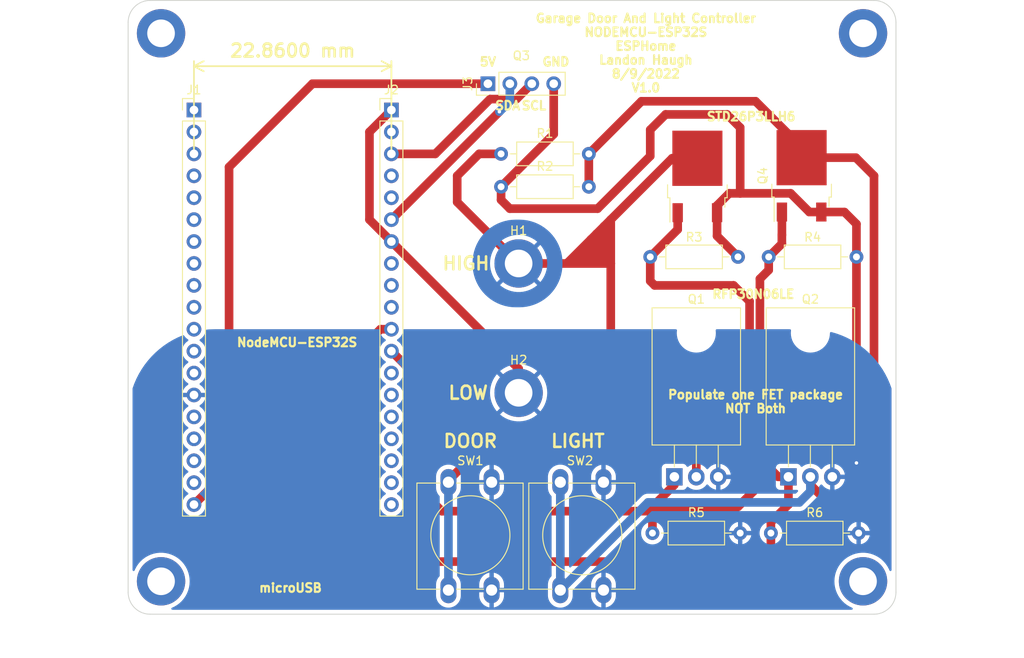
<source format=kicad_pcb>
(kicad_pcb (version 20211014) (generator pcbnew)
  (layers (0 "F.Cu" signal) (31 "B.Cu" signal) (34 "B.Paste" user) (35 "F.Paste" user) (36 "B.SilkS" user "B.Silkscreen") (37 "F.SilkS" user "F.Silkscreen") (38 "B.Mask" user) (39 "F.Mask" user) (44 "Edge.Cuts" user))
  (net 0 "")
  (net 1 "/HIGH")
  (net 2 "/VIN_3V3")
  (net 3 "/RST_EN")
  (net 4 "/ADC0_IO36")
  (net 5 "/ADC3_IO39")
  (net 6 "/ADC6_IO34")
  (net 7 "/ADC7_IO35")
  (net 8 "/T9_ADC4_IO32")
  (net 9 "/T8_ADC5_IO33")
  (net 10 "/ADC18_IO25")
  (net 11 "/ADC19_IO26")
  (net 12 "/T7_ADC17_IO27")
  (net 13 "/T6_ADC16_IO14")
  (net 14 "/T5_ADC15_IO12")
  (net 15 "GND")
  (net 16 "/T4_ADC14_IO13")
  (net 17 "/FLASHD2_IO9")
  (net 18 "/FLASHD3_IO10")
  (net 19 "/FLASHCMD_IO11")
  (net 20 "/VIN_5V")
  (net 21 "/MOSI_IO23")
  (net 22 "/IO22")
  (net 23 "/TX0_IO1")
  (net 24 "/RX0_IO3")
  (net 25 "/IO21")
  (net 26 "/MISO_IO19")
  (net 27 "/SCK_IO18")
  (net 28 "/SS_IO5")
  (net 29 "/IO17")
  (net 30 "/IO16")
  (net 31 "/T0_ADC10_IO4")
  (net 32 "/T1_ADC11_IO0")
  (net 33 "/T2_ADC12_IO2")
  (net 34 "/T3_ADC13_IO15")
  (net 35 "/FLASHD1_IO8")
  (net 36 "/FLASHD0_IO7")
  (net 37 "/FLASHSCK_IO6")
  (net 38 "/HIGH_DIV")
  (footprint "MountingHole:MountingHole_3.2mm_M3_DIN965_Pad_TopBottom" (layer "F.Cu") (at 172.212 83.566)
    (fp_text reference "H2" (at 0 -3.8) (layer "F.SilkS"))
    (fp_text value "MountingHole_Pad")
    (pad "1" thru_hole circle (at 0 0) (size 3.6 3.6) (drill 3.2) (layers *.Cu *.Mask) (net 15 "GND"))
    (pad "1" connect circle (at 0 0) (size 5.6 5.6) (layers "F.Cu" "F.Mask") (net 15 "GND"))
    (pad "1" connect circle (at 0 0) (size 5.6 5.6) (layers "B.Cu" "B.Mask") (net 15 "GND"))
  )
  (footprint "Button_Switch_THT:SW_PUSH-12mm" (layer "F.Cu") (at 164.084 106.426 90)
    (fp_text reference "SW1" (at 14.986 2.54 180) (layer "F.SilkS"))
    (fp_text value "SW_Push")
    (fp_line (start 12.4 5.93) (end 12.4 8.65) (layer "F.SilkS") (width 0.12))
    (fp_line (start 12.4 -3.65) (end 12.4 -0.93) (layer "F.SilkS") (width 0.12))
    (fp_line (start 0.1 -0.93) (end 0.1 -3.65) (layer "F.SilkS") (width 0.12))
    (fp_line (start 0.1 8.65) (end 0.1 5.93) (layer "F.SilkS") (width 0.12))
    (fp_line (start 12.4 0.93) (end 12.4 4.07) (layer "F.SilkS") (width 0.12))
    (fp_line (start 12.4 8.65) (end 0.1 8.65) (layer "F.SilkS") (width 0.12))
    (fp_line (start 0.1 -3.65) (end 12.4 -3.65) (layer "F.SilkS") (width 0.12))
    (fp_line (start 0.1 4.07) (end 0.1 0.93) (layer "F.SilkS") (width 0.12))
    (fp_circle (center 6.35 2.54) (end 10.16 5.08) (layer "F.SilkS") (width 0.12) (fill none))
    (pad "1" thru_hole oval (at 12.5 0 90) (size 3.048 1.85) (drill 1.3) (layers *.Cu *.Mask) (net 1 "/HIGH"))
    (pad "1" thru_hole oval (at 0 0 90) (size 3.048 1.85) (drill 1.3) (layers *.Cu *.Mask) (net 1 "/HIGH"))
    (pad "2" thru_hole oval (at 0 5 90) (size 3.048 1.85) (drill 1.3) (layers *.Cu *.Mask) (net 15 "GND"))
    (pad "2" thru_hole oval (at 12.5 5 90) (size 3.048 1.85) (drill 1.3) (layers *.Cu *.Mask) (net 15 "GND"))
  )
  (footprint "Resistor_THT:R_Axial_DIN0207_L6.3mm_D2.5mm_P10.16mm_Horizontal" (layer "F.Cu") (at 170.18 59.69)
    (fp_text reference "R2" (at 5.08 -2.37) (layer "F.SilkS"))
    (fp_text value "150")
    (fp_line (start 8.35 1.37) (end 8.35 -1.37) (layer "F.SilkS") (width 0.12))
    (fp_line (start 1.81 1.37) (end 8.35 1.37) (layer "F.SilkS") (width 0.12))
    (fp_line (start 9.12 0) (end 8.35 0) (layer "F.SilkS") (width 0.12))
    (fp_line (start 1.81 -1.37) (end 1.81 1.37) (layer "F.SilkS") (width 0.12))
    (fp_line (start 1.04 0) (end 1.81 0) (layer "F.SilkS") (width 0.12))
    (fp_line (start 8.35 -1.37) (end 1.81 -1.37) (layer "F.SilkS") (width 0.12))
    (pad "1" thru_hole circle (at 0 0) (size 1.6 1.6) (drill 0.8) (layers *.Cu *.Mask) (net 15 "GND"))
    (pad "2" thru_hole oval (at 10.16 0) (size 1.6 1.6) (drill 0.8) (layers *.Cu *.Mask) (net 38 "/HIGH_DIV"))
  )
  (footprint "Connector_PinHeader_2.54mm:PinHeader_1x19_P2.54mm_Vertical" (layer "F.Cu") (at 157.48 50.8)
    (fp_text reference "J2" (at 0 -2.33) (layer "F.SilkS"))
    (fp_text value "Conn_01x19")
    (fp_line (start -1.33 0) (end -1.33 -1.33) (layer "F.SilkS") (width 0.12))
    (fp_line (start -1.33 1.27) (end -1.33 47.05) (layer "F.SilkS") (width 0.12))
    (fp_line (start -1.33 47.05) (end 1.33 47.05) (layer "F.SilkS") (width 0.12))
    (fp_line (start -1.33 1.27) (end 1.33 1.27) (layer "F.SilkS") (width 0.12))
    (fp_line (start 1.33 1.27) (end 1.33 47.05) (layer "F.SilkS") (width 0.12))
    (fp_line (start -1.33 -1.33) (end 0 -1.33) (layer "F.SilkS") (width 0.12))
    (pad "1" thru_hole rect (at 0 0) (size 1.7 1.7) (drill 1) (layers *.Cu *.Mask) (net 15 "GND"))
    (pad "2" thru_hole oval (at 0 2.54) (size 1.7 1.7) (drill 1) (layers *.Cu *.Mask) (net 21 "/MOSI_IO23"))
    (pad "3" thru_hole oval (at 0 5.08) (size 1.7 1.7) (drill 1) (layers *.Cu *.Mask) (net 22 "/IO22"))
    (pad "4" thru_hole oval (at 0 7.62) (size 1.7 1.7) (drill 1) (layers *.Cu *.Mask) (net 23 "/TX0_IO1"))
    (pad "5" thru_hole oval (at 0 10.16) (size 1.7 1.7) (drill 1) (layers *.Cu *.Mask) (net 24 "/RX0_IO3"))
    (pad "6" thru_hole oval (at 0 12.7) (size 1.7 1.7) (drill 1) (layers *.Cu *.Mask) (net 25 "/IO21"))
    (pad "7" thru_hole oval (at 0 15.24) (size 1.7 1.7) (drill 1) (layers *.Cu *.Mask) (net 15 "GND"))
    (pad "8" thru_hole oval (at 0 17.78) (size 1.7 1.7) (drill 1) (layers *.Cu *.Mask) (net 26 "/MISO_IO19"))
    (pad "9" thru_hole oval (at 0 20.32) (size 1.7 1.7) (drill 1) (layers *.Cu *.Mask) (net 27 "/SCK_IO18"))
    (pad "10" thru_hole oval (at 0 22.86) (size 1.7 1.7) (drill 1) (layers *.Cu *.Mask) (net 28 "/SS_IO5"))
    (pad "11" thru_hole oval (at 0 25.4) (size 1.7 1.7) (drill 1) (layers *.Cu *.Mask) (net 29 "/IO17"))
    (pad "12" thru_hole oval (at 0 27.94) (size 1.7 1.7) (drill 1) (layers *.Cu *.Mask) (net 30 "/IO16"))
    (pad "13" thru_hole oval (at 0 30.48) (size 1.7 1.7) (drill 1) (layers *.Cu *.Mask) (net 31 "/T0_ADC10_IO4"))
    (pad "14" thru_hole oval (at 0 33.02) (size 1.7 1.7) (drill 1) (layers *.Cu *.Mask) (net 32 "/T1_ADC11_IO0"))
    (pad "15" thru_hole oval (at 0 35.56) (size 1.7 1.7) (drill 1) (layers *.Cu *.Mask) (net 33 "/T2_ADC12_IO2"))
    (pad "16" thru_hole oval (at 0 38.1) (size 1.7 1.7) (drill 1) (layers *.Cu *.Mask) (net 34 "/T3_ADC13_IO15"))
    (pad "17" thru_hole oval (at 0 40.64) (size 1.7 1.7) (drill 1) (layers *.Cu *.Mask) (net 35 "/FLASHD1_IO8"))
    (pad "18" thru_hole oval (at 0 43.18) (size 1.7 1.7) (drill 1) (layers *.Cu *.Mask) (net 36 "/FLASHD0_IO7"))
    (pad "19" thru_hole oval (at 0 45.72) (size 1.7 1.7) (drill 1) (layers *.Cu *.Mask) (net 37 "/FLASHSCK_IO6"))
  )
  (footprint "Resistor_THT:R_Axial_DIN0207_L6.3mm_D2.5mm_P10.16mm_Horizontal" (layer "F.Cu") (at 170.18 55.88)
    (fp_text reference "R1" (at 5.08 -2.37) (layer "F.SilkS"))
    (fp_text value "68")
    (fp_line (start 9.12 0) (end 8.35 0) (layer "F.SilkS") (width 0.12))
    (fp_line (start 8.35 1.37) (end 8.35 -1.37) (layer "F.SilkS") (width 0.12))
    (fp_line (start 1.04 0) (end 1.81 0) (layer "F.SilkS") (width 0.12))
    (fp_line (start 8.35 -1.37) (end 1.81 -1.37) (layer "F.SilkS") (width 0.12))
    (fp_line (start 1.81 1.37) (end 8.35 1.37) (layer "F.SilkS") (width 0.12))
    (fp_line (start 1.81 -1.37) (end 1.81 1.37) (layer "F.SilkS") (width 0.12))
    (pad "1" thru_hole circle (at 0 0) (size 1.6 1.6) (drill 0.8) (layers *.Cu *.Mask) (net 1 "/HIGH"))
    (pad "2" thru_hole oval (at 10.16 0) (size 1.6 1.6) (drill 0.8) (layers *.Cu *.Mask) (net 38 "/HIGH_DIV"))
  )
  (footprint "MountingHole:MountingHole_3.2mm_M3_DIN965_Pad_TopBottom" (layer "F.Cu") (at 212.09 41.91)
    (fp_text reference "REF**" hide)
    (fp_text value "MountingHole_3.2mm_M3_DIN965_Pad_TopBottom")
    (pad "1" connect circle (at 0 0) (size 5.6 5.6) (layers "F.Cu" "F.Mask"))
    (pad "1" thru_hole circle (at 0 0) (size 3.6 3.6) (drill 3.2) (layers *.Cu *.Mask))
    (pad "1" connect circle (at 0 0) (size 5.6 5.6) (layers "B.Cu" "B.Mask"))
  )
  (footprint "Connector_PinHeader_2.54mm:PinHeader_1x04_P2.54mm_Vertical" (layer "F.Cu") (at 168.656 47.752 90)
    (fp_text reference "J3" (at 0 -2.33 90) (layer "F.SilkS"))
    (fp_text value "Conn_01x04")
    (fp_line (start 1.33 1.27) (end 1.33 8.95) (layer "F.SilkS") (width 0.12))
    (fp_line (start -1.33 1.27) (end -1.33 8.95) (layer "F.SilkS") (width 0.12))
    (fp_line (start -1.33 -1.33) (end 0 -1.33) (layer "F.SilkS") (width 0.12))
    (fp_line (start -1.33 1.27) (end 1.33 1.27) (layer "F.SilkS") (width 0.12))
    (fp_line (start -1.33 0) (end -1.33 -1.33) (layer "F.SilkS") (width 0.12))
    (fp_line (start -1.33 8.95) (end 1.33 8.95) (layer "F.SilkS") (width 0.12))
    (pad "1" thru_hole rect (at 0 0 90) (size 1.7 1.7) (drill 1) (layers *.Cu *.Mask) (net 20 "/VIN_5V"))
    (pad "2" thru_hole oval (at 0 2.54 90) (size 1.7 1.7) (drill 1) (layers *.Cu *.Mask) (net 25 "/IO21"))
    (pad "3" thru_hole oval (at 0 5.08 90) (size 1.7 1.7) (drill 1) (layers *.Cu *.Mask) (net 22 "/IO22"))
    (pad "4" thru_hole oval (at 0 7.62 90) (size 1.7 1.7) (drill 1) (layers *.Cu *.Mask) (net 15 "GND"))
  )
  (footprint "Button_Switch_THT:SW_PUSH-12mm" (layer "F.Cu") (at 177.038 106.426 90)
    (fp_text reference "SW2" (at 14.986 2.286 180) (layer "F.SilkS"))
    (fp_text value "SW_Push")
    (fp_line (start 0.1 -0.93) (end 0.1 -3.65) (layer "F.SilkS") (width 0.12))
    (fp_line (start 12.4 8.65) (end 0.1 8.65) (layer "F.SilkS") (width 0.12))
    (fp_line (start 12.4 -3.65) (end 12.4 -0.93) (layer "F.SilkS") (width 0.12))
    (fp_line (start 12.4 0.93) (end 12.4 4.07) (layer "F.SilkS") (width 0.12))
    (fp_line (start 0.1 -3.65) (end 12.4 -3.65) (layer "F.SilkS") (width 0.12))
    (fp_line (start 12.4 5.93) (end 12.4 8.65) (layer "F.SilkS") (width 0.12))
    (fp_line (start 0.1 8.65) (end 0.1 5.93) (layer "F.SilkS") (width 0.12))
    (fp_line (start 0.1 4.07) (end 0.1 0.93) (layer "F.SilkS") (width 0.12))
    (fp_circle (center 6.35 2.54) (end 10.16 5.08) (layer "F.SilkS") (width 0.12) (fill none))
    (pad "1" thru_hole oval (at 0 0 90) (size 3.048 1.85) (drill 1.3) (layers *.Cu *.Mask) (net 38 "/HIGH_DIV"))
    (pad "1" thru_hole oval (at 12.5 0 90) (size 3.048 1.85) (drill 1.3) (layers *.Cu *.Mask) (net 38 "/HIGH_DIV"))
    (pad "2" thru_hole oval (at 0 5 90) (size 3.048 1.85) (drill 1.3) (layers *.Cu *.Mask) (net 15 "GND"))
    (pad "2" thru_hole oval (at 12.5 5 90) (size 3.048 1.85) (drill 1.3) (layers *.Cu *.Mask) (net 15 "GND"))
  )
  (footprint "Resistor_THT:R_Axial_DIN0207_L6.3mm_D2.5mm_P10.16mm_Horizontal" (layer "F.Cu") (at 187.706 99.822)
    (fp_text reference "R5" (at 5.08 -2.37) (layer "F.SilkS"))
    (fp_text value "1k")
    (fp_line (start 1.81 -1.37) (end 1.81 1.37) (layer "F.SilkS") (width 0.12))
    (fp_line (start 1.04 0) (end 1.81 0) (layer "F.SilkS") (width 0.12))
    (fp_line (start 8.35 -1.37) (end 1.81 -1.37) (layer "F.SilkS") (width 0.12))
    (fp_line (start 1.81 1.37) (end 8.35 1.37) (layer "F.SilkS") (width 0.12))
    (fp_line (start 9.12 0) (end 8.35 0) (layer "F.SilkS") (width 0.12))
    (fp_line (start 8.35 1.37) (end 8.35 -1.37) (layer "F.SilkS") (width 0.12))
    (pad "1" thru_hole circle (at 0 0) (size 1.6 1.6) (drill 0.8) (layers *.Cu *.Mask) (net 30 "/IO16"))
    (pad "2" thru_hole oval (at 10.16 0) (size 1.6 1.6) (drill 0.8) (layers *.Cu *.Mask) (net 15 "GND"))
  )
  (footprint "MountingHole:MountingHole_3.2mm_M3_DIN965_Pad_TopBottom" (layer "F.Cu") (at 212.09 105.41)
    (fp_text reference "mnt" hide)
    (fp_text value "MountingHole_3.2mm_M3_DIN965_Pad_TopBottom")
    (pad "1" connect circle (at 0 0) (size 5.6 5.6) (layers "B.Cu" "B.Mask"))
    (pad "1" connect circle (at 0 0) (size 5.6 5.6) (layers "F.Cu" "F.Mask"))
    (pad "1" thru_hole circle (at 0 0) (size 3.6 3.6) (drill 3.2) (layers *.Cu *.Mask))
  )
  (footprint "Resistor_THT:R_Axial_DIN0207_L6.3mm_D2.5mm_P10.16mm_Horizontal" (layer "F.Cu") (at 201.168 67.818)
    (fp_text reference "R4" (at 5.08 -2.286) (layer "F.SilkS"))
    (fp_text value "1k")
    (fp_line (start 9.12 0) (end 8.35 0) (layer "F.SilkS") (width 0.12))
    (fp_line (start 1.04 0) (end 1.81 0) (layer "F.SilkS") (width 0.12))
    (fp_line (start 1.81 -1.37) (end 1.81 1.37) (layer "F.SilkS") (width 0.12))
    (fp_line (start 8.35 1.37) (end 8.35 -1.37) (layer "F.SilkS") (width 0.12))
    (fp_line (start 1.81 1.37) (end 8.35 1.37) (layer "F.SilkS") (width 0.12))
    (fp_line (start 8.35 -1.37) (end 1.81 -1.37) (layer "F.SilkS") (width 0.12))
    (pad "1" thru_hole circle (at 0 0) (size 1.6 1.6) (drill 0.8) (layers *.Cu *.Mask) (net 29 "/IO17"))
    (pad "2" thru_hole oval (at 10.16 0) (size 1.6 1.6) (drill 0.8) (layers *.Cu *.Mask) (net 15 "GND"))
  )
  (footprint "Package_TO_SOT_SMD:TO-252-2" (layer "F.Cu") (at 192.91 58.492 90)
    (fp_text reference "Q3" (at 13.984 -20.382 180) (layer "F.SilkS"))
    (fp_text value "Q_NMOS_GDS")
    (fp_line (start -0.97 3.45) (end -2.47 3.45) (layer "F.SilkS") (width 0.12))
    (fp_line (start -2.47 -3.18) (end -5.3 -3.18) (layer "F.SilkS") (width 0.12))
    (fp_line (start -2.47 3.18) (end -3.57 3.18) (layer "F.SilkS") (width 0.12))
    (fp_line (start -0.97 -3.45) (end -2.47 -3.45) (layer "F.SilkS") (width 0.12))
    (fp_line (start -2.47 3.45) (end -2.47 3.18) (layer "F.SilkS") (width 0.12))
    (fp_line (start -2.47 -3.45) (end -2.47 -3.18) (layer "F.SilkS") (width 0.12))
    (pad "1" smd rect (at -4.2 -2.28 90) (size 2.2 1.2) (layers "F.Cu" "F.Paste" "F.Mask") (net 30 "/IO16"))
    (pad "2" smd rect (at 2.1 0 90) (size 6.4 5.8) (layers "F.Cu" "F.Mask") (net 1 "/HIGH"))
    (pad "3" smd rect (at -4.2 2.28 90) (size 2.2 1.2) (layers "F.Cu" "F.Paste" "F.Mask") (net 15 "GND"))
  )
  (footprint "Package_TO_SOT_THT:TO-220-3_Horizontal_TabDown" (layer "F.Cu") (at 190.246 93.304)
    (fp_text reference "Q1" (at 2.54 -20.58) (layer "F.SilkS"))
    (fp_text value "Q_NMOS_GDS")
    (fp_line (start 5.08 -3.69) (end 5.08 -1.15) (layer "F.SilkS") (width 0.12))
    (fp_line (start -2.58 -19.58) (end -2.58 -3.69) (layer "F.SilkS") (width 0.12))
    (fp_line (start -2.58 -19.58) (end 7.66 -19.58) (layer "F.SilkS") (width 0.12))
    (fp_line (start -2.58 -3.69) (end 7.66 -3.69) (layer "F.SilkS") (width 0.12))
    (fp_line (start 2.54 -3.69) (end 2.54 -1.15) (layer "F.SilkS") (width 0.12))
    (fp_line (start 7.66 -19.58) (end 7.66 -3.69) (layer "F.SilkS") (width 0.12))
    (fp_line (start 0 -3.69) (end 0 -1.15) (layer "F.SilkS") (width 0.12))
    (pad "" np_thru_hole oval (at 2.54 -16.66) (size 3.5 3.5) (drill 3.5) (layers *.Cu *.Mask))
    (pad "1" thru_hole rect (at 0 0) (size 1.905 2) (drill 1.1) (layers *.Cu *.Mask) (net 30 "/IO16"))
    (pad "2" thru_hole oval (at 2.54 0) (size 1.905 2) (drill 1.1) (layers *.Cu *.Mask) (net 1 "/HIGH"))
    (pad "3" thru_hole oval (at 5.08 0) (size 1.905 2) (drill 1.1) (layers *.Cu *.Mask) (net 15 "GND"))
  )
  (footprint "Resistor_THT:R_Axial_DIN0207_L6.3mm_D2.5mm_P10.16mm_Horizontal" (layer "F.Cu") (at 201.422 99.822)
    (fp_text reference "R6" (at 5.08 -2.37) (layer "F.SilkS"))
    (fp_text value "1k")
    (fp_line (start 8.35 -1.37) (end 1.81 -1.37) (layer "F.SilkS") (width 0.12))
    (fp_line (start 1.81 1.37) (end 8.35 1.37) (layer "F.SilkS") (width 0.12))
    (fp_line (start 9.12 0) (end 8.35 0) (layer "F.SilkS") (width 0.12))
    (fp_line (start 1.04 0) (end 1.81 0) (layer "F.SilkS") (width 0.12))
    (fp_line (start 8.35 1.37) (end 8.35 -1.37) (layer "F.SilkS") (width 0.12))
    (fp_line (start 1.81 -1.37) (end 1.81 1.37) (layer "F.SilkS") (width 0.12))
    (pad "1" thru_hole circle (at 0 0) (size 1.6 1.6) (drill 0.8) (layers *.Cu *.Mask) (net 29 "/IO17"))
    (pad "2" thru_hole oval (at 10.16 0) (size 1.6 1.6) (drill 0.8) (layers *.Cu *.Mask) (net 15 "GND"))
  )
  (footprint "Resistor_THT:R_Axial_DIN0207_L6.3mm_D2.5mm_P10.16mm_Horizontal" (layer "F.Cu") (at 187.452 67.818)
    (fp_text reference "R3" (at 5.08 -2.286) (layer "F.SilkS"))
    (fp_text value "1k")
    (fp_line (start 1.81 1.37) (end 8.35 1.37) (layer "F.SilkS") (width 0.12))
    (fp_line (start 9.12 0) (end 8.35 0) (layer "F.SilkS") (width 0.12))
    (fp_line (start 8.35 1.37) (end 8.35 -1.37) (layer "F.SilkS") (width 0.12))
    (fp_line (start 8.35 -1.37) (end 1.81 -1.37) (layer "F.SilkS") (width 0.12))
    (fp_line (start 1.81 -1.37) (end 1.81 1.37) (layer "F.SilkS") (width 0.12))
    (fp_line (start 1.04 0) (end 1.81 0) (layer "F.SilkS") (width 0.12))
    (pad "1" thru_hole circle (at 0 0) (size 1.6 1.6) (drill 0.8) (layers *.Cu *.Mask) (net 30 "/IO16"))
    (pad "2" thru_hole oval (at 10.16 0) (size 1.6 1.6) (drill 0.8) (layers *.Cu *.Mask) (net 15 "GND"))
  )
  (footprint "MountingHole:MountingHole_3.2mm_M3_DIN965_Pad_TopBottom" (layer "F.Cu") (at 172.212 68.58)
    (fp_text reference "H1" (at 0 -3.8) (layer "F.SilkS"))
    (fp_text value "MountingHole_Pad")
    (pad "1" connect circle (at 0 0) (size 5.6 5.6) (layers "F.Cu" "F.Mask") (net 1 "/HIGH"))
    (pad "1" thru_hole circle (at 0 0) (size 3.6 3.6) (drill 3.2) (layers *.Cu *.Mask) (net 1 "/HIGH"))
    (pad "1" connect circle (at 0 0) (size 5.6 5.6) (layers "B.Cu" "B.Mask") (net 1 "/HIGH"))
  )
  (footprint "Package_TO_SOT_SMD:TO-252-2" (layer "F.Cu") (at 204.978 58.42 90)
    (fp_text reference "Q4" (at 0 -4.5 90) (layer "F.SilkS"))
    (fp_text value "Q_NMOS_GDS")
    (fp_line (start -2.47 3.18) (end -3.57 3.18) (layer "F.SilkS") (width 0.12))
    (fp_line (start -0.97 -3.45) (end -2.47 -3.45) (layer "F.SilkS") (width 0.12))
    (fp_line (start -2.47 3.45) (end -2.47 3.18) (layer "F.SilkS") (width 0.12))
    (fp_line (start -2.47 -3.18) (end -5.3 -3.18) (layer "F.SilkS") (width 0.12))
    (fp_line (start -2.47 -3.45) (end -2.47 -3.18) (layer "F.SilkS") (width 0.12))
    (fp_line (start -0.97 3.45) (end -2.47 3.45) (layer "F.SilkS") (width 0.12))
    (pad "1" smd rect (at -4.2 -2.28 90) (size 2.2 1.2) (layers "F.Cu" "F.Paste" "F.Mask") (net 29 "/IO17"))
    (pad "2" smd rect (at 2.1 0 90) (size 6.4 5.8) (layers "F.Cu" "F.Mask") (net 38 "/HIGH_DIV"))
    (pad "3" smd rect (at -4.2 2.28 90) (size 2.2 1.2) (layers "F.Cu" "F.Paste" "F.Mask") (net 15 "GND"))
  )
  (footprint "MountingHole:MountingHole_3.2mm_M3_DIN965_Pad_TopBottom" (layer "F.Cu") (at 130.81 105.41)
    (fp_text reference "mnt" hide)
    (fp_text value "MountingHole_3.2mm_M3_DIN965_Pad_TopBottom")
    (pad "1" connect circle (at 0 0) (size 5.6 5.6) (layers "B.Cu" "B.Mask"))
    (pad "1" thru_hole circle (at 0 0) (size 3.6 3.6) (drill 3.2) (layers *.Cu *.Mask))
    (pad "1" connect circle (at 0 0) (size 5.6 5.6) (layers "F.Cu" "F.Mask"))
  )
  (footprint "Package_TO_SOT_THT:TO-220-3_Horizontal_TabDown" (layer "F.Cu") (at 203.454 93.304)
    (fp_text reference "Q2" (at 2.54 -20.58) (layer "F.SilkS"))
    (fp_text value "Q_NMOS_GDS")
    (fp_line (start -2.58 -19.58) (end -2.58 -3.69) (layer "F.SilkS") (width 0.12))
    (fp_line (start 7.66 -19.58) (end 7.66 -3.69) (layer "F.SilkS") (width 0.12))
    (fp_line (start 5.08 -3.69) (end 5.08 -1.15) (layer "F.SilkS") (width 0.12))
    (fp_line (start 2.54 -3.69) (end 2.54 -1.15) (layer "F.SilkS") (width 0.12))
    (fp_line (start -2.58 -19.58) (end 7.66 -19.58) (layer "F.SilkS") (width 0.12))
    (fp_line (start -2.58 -3.69) (end 7.66 -3.69) (layer "F.SilkS") (width 0.12))
    (fp_line (start 0 -3.69) (end 0 -1.15) (layer "F.SilkS") (width 0.12))
    (pad "" np_thru_hole oval (at 2.54 -16.66) (size 3.5 3.5) (drill 3.5) (layers *.Cu *.Mask))
    (pad "1" thru_hole rect (at 0 0) (size 1.905 2) (drill 1.1) (layers *.Cu *.Mask) (net 29 "/IO17"))
    (pad "2" thru_hole oval (at 2.54 0) (size 1.905 2) (drill 1.1) (layers *.Cu *.Mask) (net 38 "/HIGH_DIV"))
    (pad "3" thru_hole oval (at 5.08 0) (size 1.905 2) (drill 1.1) (layers *.Cu *.Mask) (net 15 "GND"))
  )
  (footprint "MountingHole:MountingHole_3.2mm_M3_DIN965_Pad_TopBottom" (layer "F.Cu") (at 130.81 41.91)
    (fp_text reference "REF**" hide)
    (fp_text value "MountingHole_3.2mm_M3_DIN965_Pad_TopBottom")
    (pad "1" connect circle (at 0 0) (size 5.6 5.6) (layers "F.Cu" "F.Mask"))
    (pad "1" thru_hole circle (at 0 0) (size 3.6 3.6) (drill 3.2) (layers *.Cu *.Mask))
    (pad "1" connect circle (at 0 0) (size 5.6 5.6) (layers "B.Cu" "B.Mask"))
  )
  (footprint "Connector_PinHeader_2.54mm:PinHeader_1x19_P2.54mm_Vertical" (layer "F.Cu") (at 134.62 50.8)
    (fp_text reference "J1" (at 0 -2.33) (layer "F.SilkS"))
    (fp_text value "Conn_01x19")
    (fp_line (start -1.33 1.27) (end -1.33 47.05) (layer "F.SilkS") (width 0.12))
    (fp_line (start 1.33 1.27) (end 1.33 47.05) (layer "F.SilkS") (width 0.12))
    (fp_line (start -1.33 -1.33) (end 0 -1.33) (layer "F.SilkS") (width 0.12))
    (fp_line (start -1.33 0) (end -1.33 -1.33) (layer "F.SilkS") (width 0.12))
    (fp_line (start -1.33 1.27) (end 1.33 1.27) (layer "F.SilkS") (width 0.12))
    (fp_line (start -1.33 47.05) (end 1.33 47.05) (layer "F.SilkS") (width 0.12))
    (pad "1" thru_hole rect (at 0 0) (size 1.7 1.7) (drill 1) (layers *.Cu *.Mask) (net 2 "/VIN_3V3"))
    (pad "2" thru_hole oval (at 0 2.54) (size 1.7 1.7) (drill 1) (layers *.Cu *.Mask) (net 3 "/RST_EN"))
    (pad "3" thru_hole oval (at 0 5.08) (size 1.7 1.7) (drill 1) (layers *.Cu *.Mask) (net 4 "/ADC0_IO36"))
    (pad "4" thru_hole oval (at 0 7.62) (size 1.7 1.7) (drill 1) (layers *.Cu *.Mask) (net 5 "/ADC3_IO39"))
    (pad "5" thru_hole oval (at 0 10.16) (size 1.7 1.7) (drill 1) (layers *.Cu *.Mask) (net 6 "/ADC6_IO34"))
    (pad "6" thru_hole oval (at 0 12.7) (size 1.7 1.7) (drill 1) (layers *.Cu *.Mask) (net 7 "/ADC7_IO35"))
    (pad "7" thru_hole oval (at 0 15.24) (size 1.7 1.7) (drill 1) (layers *.Cu *.Mask) (net 8 "/T9_ADC4_IO32"))
    (pad "8" thru_hole oval (at 0 17.78) (size 1.7 1.7) (drill 1) (layers *.Cu *.Mask) (net 9 "/T8_ADC5_IO33"))
    (pad "9" thru_hole oval (at 0 20.32) (size 1.7 1.7) (drill 1) (layers *.Cu *.Mask) (net 10 "/ADC18_IO25"))
    (pad "10" thru_hole oval (at 0 22.86) (size 1.7 1.7) (drill 1) (layers *.Cu *.Mask) (net 11 "/ADC19_IO26"))
    (pad "11" thru_hole oval (at 0 25.4) (size 1.7 1.7) (drill 1) (layers *.Cu *.Mask) (net 12 "/T7_ADC17_IO27"))
    (pad "12" thru_hole oval (at 0 27.94) (size 1.7 1.7) (drill 1) (layers *.Cu *.Mask) (net 13 "/T6_ADC16_IO14"))
    (pad "13" thru_hole oval (at 0 30.48) (size 1.7 1.7) (drill 1) (layers *.Cu *.Mask) (net 14 "/T5_ADC15_IO12"))
    (pad "14" thru_hole oval (at 0 33.02) (size 1.7 1.7) (drill 1) (layers *.Cu *.Mask) (net 15 "GND"))
    (pad "15" thru_hole oval (at 0 35.56) (size 1.7 1.7) (drill 1) (layers *.Cu *.Mask) (net 16 "/T4_ADC14_IO13"))
    (pad "16" thru_hole oval (at 0 38.1) (size 1.7 1.7) (drill 1) (layers *.Cu *.Mask) (net 17 "/FLASHD2_IO9"))
    (pad "17" thru_hole oval (at 0 40.64) (size 1.7 1.7) (drill 1) (layers *.Cu *.Mask) (net 18 "/FLASHD3_IO10"))
    (pad "18" thru_hole oval (at 0 43.18) (size 1.7 1.7) (drill 1) (layers *.Cu *.Mask) (net 19 "/FLASHCMD_IO11"))
    (pad "19" thru_hole oval (at 0 45.72) (size 1.7 1.7) (drill 1) (layers *.Cu *.Mask) (net 20 "/VIN_5V"))
  )
  (gr_arc (start 129.54 109.22) (mid 127.743949 108.476051) (end 127 106.68) (layer "Edge.Cuts") (width 0.1))
  (gr_arc (start 213.36 38.1) (mid 215.156051 38.843949) (end 215.9 40.64) (layer "Edge.Cuts") (width 0.1))
  (gr_arc (start 215.9 106.68) (mid 215.156051 108.476051) (end 213.36 109.22) (layer "Edge.Cuts") (width 0.1))
  (gr_line (start 129.54 109.22) (end 213.36 109.22) (layer "Edge.Cuts") (width 0.1))
  (gr_line (start 215.9 106.68) (end 215.9 40.64) (layer "Edge.Cuts") (width 0.1))
  (gr_arc (start 127 40.64) (mid 127.743949 38.843949) (end 129.54 38.1) (layer "Edge.Cuts") (width 0.1))
  (gr_line (start 213.36 38.1) (end 129.54 38.1) (layer "Edge.Cuts") (width 0.1))
  (gr_line (start 127 40.64) (end 127 106.68) (layer "Edge.Cuts") (width 0.1))
  (gr_text "SCL" (at 173.99 50.292) (layer "F.SilkS") (effects (font (size 1 1) (thickness 0.25))))
  (gr_text "STD26P3LLH6" (at 199.136 51.562) (layer "F.SilkS") (effects (font (size 1 1) (thickness 0.25))))
  (gr_text "LOW" (at 166.37 83.566) (layer "F.SilkS") (effects (font (size 1.5 1.5) (thickness 0.3))))
  (gr_text "HIGH" (at 166.116 68.58) (layer "F.SilkS") (effects (font (size 1.5 1.5) (thickness 0.3))))
  (gr_text "LIGHT" (at 179.07 89.154) (layer "F.SilkS") (effects (font (size 1.5 1.5) (thickness 0.3))))
  (gr_text "GND" (at 176.53 45.212) (layer "F.SilkS") (effects (font (size 1 1) (thickness 0.25))))
  (gr_text "Garage Door And Light Controller\nNODEMCU-ESP32S\nESPHome\nLandon Haugh\n8/9/2022\nV1.0" (at 186.944 44.196) (layer "F.SilkS") (effects (font (size 1 1) (thickness 0.25))))
  (gr_text "5V" (at 168.656 45.212) (layer "F.SilkS") (effects (font (size 1 1) (thickness 0.25))))
  (gr_text "NodeMCU-ESP32S" (at 146.558 77.724) (layer "F.SilkS") (effects (font (size 1 1) (thickness 0.25))))
  (gr_text "DOOR" (at 166.624 89.154) (layer "F.SilkS") (effects (font (size 1.5 1.5) (thickness 0.3))))
  (gr_text "Populate one FET package\nNOT Both" (at 199.644 84.582) (layer "F.SilkS") (effects (font (size 1 1) (thickness 0.25))))
  (gr_text "SDA" (at 170.942 50.292) (layer "F.SilkS") (effects (font (size 1 1) (thickness 0.25))))
  (gr_text "microUSB" (at 145.796 106.172) (layer "F.SilkS") (effects (font (size 1 1) (thickness 0.25))))
  (gr_text "RFP30N06LE" (at 199.39 72.136) (layer "F.SilkS") (effects (font (size 1 1) (thickness 0.25))))
  (dimension (type aligned) (layer "F.SilkS") (pts (xy 134.62 55.88) (xy 157.48 55.88)) (height -10.16) (gr_text "22.8600 mm" (at 146.05 43.92) (layer "F.SilkS") (effects (font (size 1.5 1.5) (thickness 0.3)))) (format (units 3) (units_format 1) (precision 4)) (style (thickness 0.2) (arrow_length 1.27) (text_position_mode 0) (extension_height 0.58642) (extension_offset 0.5) keep_text_aligned))
  (segment (start 180.594 65.786) (end 181.229 65.151) (width 1) (layer "F.Cu") (net 1))
  (segment (start 165.1 61.468) (end 165.1 58.42) (width 1) (layer "F.Cu") (net 1))
  (segment (start 182.118 64.262) (end 182.88 63.5) (width 1) (layer "F.Cu") (net 1))
  (segment (start 180.848 67.31) (end 180.848 66.04) (width 1) (layer "F.Cu") (net 1))
  (segment (start 180.848 68.58) (end 180.848 67.31) (width 1) (layer "F.Cu") (net 1))
  (segment (start 167.64 55.88) (end 170.18 55.88) (width 1) (layer "F.Cu") (net 1))
  (segment (start 164.084 93.726) (end 168.656 89.154) (width 1) (layer "F.Cu") (net 1))
  (segment (start 182.88 81.28) (end 182.88 68.58) (width 1) (layer "F.Cu") (net 1))
  (segment (start 179.324 68.58) (end 179.832 68.58) (width 1) (layer "F.Cu") (net 1))
  (segment (start 177.8 68.58) (end 180.594 65.786) (width 1) (layer "F.Cu") (net 1))
  (segment (start 192.786 93.304) (end 192.786 91.186) (width 1) (layer "F.Cu") (net 1))
  (segment (start 180.34 67.056) (end 179.324 68.072) (width 1) (layer "F.Cu") (net 1))
  (segment (start 168.656 89.154) (end 175.006 89.154) (width 1) (layer "F.Cu") (net 1))
  (segment (start 180.848 67.564) (end 180.848 67.31) (width 1) (layer "F.Cu") (net 1))
  (segment (start 181.229 65.151) (end 182.118 64.262) (width 1) (layer "F.Cu") (net 1))
  (segment (start 181.61 68.58) (end 181.61 65.532) (width 1) (layer "F.Cu") (net 1))
  (segment (start 179.832 68.58) (end 180.848 67.564) (width 1) (layer "F.Cu") (net 1))
  (segment (start 182.118 68.58) (end 182.118 64.262) (width 1) (layer "F.Cu") (net 1))
  (segment (start 172.212 68.58) (end 165.1 61.468) (width 1) (layer "F.Cu") (net 1))
  (segment (start 182.88 63.5) (end 189.988 56.392) (width 1) (layer "F.Cu") (net 1))
  (segment (start 189.988 56.392) (end 192.91 56.392) (width 1) (layer "F.Cu") (net 1))
  (segment (start 165.1 58.42) (end 167.64 55.88) (width 1) (layer "F.Cu") (net 1))
  (segment (start 182.118 68.58) (end 182.88 68.58) (width 1) (layer "F.Cu") (net 1))
  (segment (start 179.832 68.58) (end 180.848 68.58) (width 1) (layer "F.Cu") (net 1))
  (segment (start 177.8 68.58) (end 179.324 68.58) (width 1) (layer "F.Cu") (net 1))
  (segment (start 192.786 91.186) (end 182.88 81.28) (width 1) (layer "F.Cu") (net 1))
  (segment (start 175.006 89.154) (end 182.88 81.28) (width 1) (layer "F.Cu") (net 1))
  (segment (start 180.848 68.58) (end 181.61 68.58) (width 1) (layer "F.Cu") (net 1))
  (segment (start 181.61 65.532) (end 181.229 65.151) (width 1) (layer "F.Cu") (net 1))
  (segment (start 182.88 68.58) (end 182.88 63.5) (width 1) (layer "F.Cu") (net 1))
  (segment (start 164.084 93.926) (end 164.084 93.726) (width 1) (layer "F.Cu") (net 1))
  (segment (start 179.324 68.072) (end 179.324 68.58) (width 1) (layer "F.Cu") (net 1))
  (segment (start 172.212 68.58) (end 177.8 68.58) (width 1) (layer "F.Cu") (net 1))
  (segment (start 180.848 66.04) (end 180.594 65.786) (width 1) (layer "F.Cu") (net 1))
  (segment (start 181.61 68.58) (end 182.118 68.58) (width 1) (layer "F.Cu") (net 1))
  (segment (start 164.084 93.926) (end 164.084 106.426) (width 1) (layer "B.Cu") (net 1))
  (segment (start 195.19 61.858) (end 195.19 62.692) (width 1) (layer "F.Cu") (net 15))
  (segment (start 157.48 66.04) (end 172.212 80.772) (width 1) (layer "F.Cu") (net 15))
  (segment (start 209.94 62.62) (end 211.328 64.008) (width 1) (layer "F.Cu") (net 15))
  (segment (start 197.866 60.452) (end 196.596 60.452) (width 1) (layer "F.Cu") (net 15))
  (segment (start 154.94 63.5) (end 154.94 53.34) (width 1) (layer "F.Cu") (net 15))
  (segment (start 211.328 64.008) (end 211.328 67.818) (width 1) (layer "F.Cu") (net 15))
  (segment (start 196.596 60.452) (end 195.19 61.858) (width 1) (layer "F.Cu") (net 15))
  (segment (start 157.48 66.04) (end 154.94 63.5) (width 1) (layer "F.Cu") (net 15))
  (segment (start 205.876 62.62) (end 203.708 60.452) (width 1) (layer "F.Cu") (net 15))
  (segment (start 187.452 56.134) (end 181.356 62.23) (width 1) (layer "F.Cu") (net 15))
  (segment (start 196.342 51.308) (end 189.23 51.308) (width 1) (layer "F.Cu") (net 15))
  (segment (start 195.19 62.692) (end 195.19 65.396) (width 1) (layer "F.Cu") (net 15))
  (segment (start 189.23 51.308) (end 187.452 53.086) (width 1) (layer "F.Cu") (net 15))
  (segment (start 207.258 62.62) (end 205.876 62.62) (width 1) (layer "F.Cu") (net 15))
  (segment (start 195.19 65.396) (end 197.612 67.818) (width 1) (layer "F.Cu") (net 15))
  (segment (start 170.18 59.69) (end 176.276 53.594) (width 1) (layer "F.Cu") (net 15))
  (segment (start 172.212 80.772) (end 172.212 83.566) (width 1) (layer "F.Cu") (net 15))
  (segment (start 154.94 53.34) (end 157.48 50.8) (width 1) (layer "F.Cu") (net 15))
  (segment (start 171.196 62.23) (end 170.18 61.214) (width 1) (layer "F.Cu") (net 15))
  (segment (start 197.866 60.452) (end 197.866 52.832) (width 1) (layer "F.Cu") (net 15))
  (segment (start 197.866 52.832) (end 196.342 51.308) (width 1) (layer "F.Cu") (net 15))
  (segment (start 170.18 61.214) (end 170.18 59.69) (width 1) (layer "F.Cu") (net 15))
  (segment (start 211.328 67.818) (end 211.328 91.694) (width 1) (layer "F.Cu") (net 15))
  (segment (start 181.356 62.23) (end 171.196 62.23) (width 1) (layer "F.Cu") (net 15))
  (segment (start 176.276 53.594) (end 176.276 47.752) (width 1) (layer "F.Cu") (net 15))
  (segment (start 207.258 62.62) (end 209.94 62.62) (width 1) (layer "F.Cu") (net 15))
  (segment (start 203.708 60.452) (end 197.866 60.452) (width 1) (layer "F.Cu") (net 15))
  (segment (start 187.452 53.086) (end 187.452 56.134) (width 1) (layer "F.Cu") (net 15))
  (via (at 211.328 91.694) (size 0.8) (drill 0.4) (layers "F.Cu" "B.Cu") (net 15))
  (segment (start 138.684 57.404) (end 148.336 47.752) (width 1) (layer "F.Cu") (net 20))
  (segment (start 138.684 57.404) (end 138.684 92.456) (width 1) (layer "F.Cu") (net 20))
  (segment (start 138.684 92.456) (end 134.62 96.52) (width 1) (layer "F.Cu") (net 20))
  (segment (start 148.336 47.752) (end 168.656 47.752) (width 1) (layer "F.Cu") (net 20))
  (segment (start 173.736 47.752) (end 171.958 49.53) (width 1) (layer "F.Cu") (net 22))
  (segment (start 171.958 49.53) (end 168.91 49.53) (width 1) (layer "F.Cu") (net 22))
  (segment (start 168.91 49.53) (end 162.56 55.88) (width 1) (layer "F.Cu") (net 22))
  (segment (start 162.56 55.88) (end 157.48 55.88) (width 1) (layer "F.Cu") (net 22))
  (segment (start 169.984 50.996) (end 157.48 63.5) (width 1) (layer "F.Cu") (net 25))
  (via (at 169.984 50.996) (size 0.8) (drill 0.4) (layers "F.Cu" "B.Cu") (net 25))
  (segment (start 169.984 50.996) (end 171.196 49.784) (width 1) (layer "B.Cu") (net 25))
  (segment (start 171.196 49.784) (end 171.196 47.752) (width 1) (layer "B.Cu") (net 25))
  (segment (start 203.454 93.304) (end 203.454 96.52) (width 1) (layer "F.Cu") (net 29))
  (segment (start 157.988 103.124) (end 200.66 103.124) (width 1) (layer "F.Cu") (net 29))
  (segment (start 201.168 67.818) (end 202.692 66.294) (width 1) (layer "F.Cu") (net 29))
  (segment (start 201.422 102.362) (end 201.422 99.822) (width 1) (layer "F.Cu") (net 29))
  (segment (start 154.432 99.568) (end 157.988 103.124) (width 1) (layer "F.Cu") (net 29))
  (segment (start 200.152 91.186) (end 200.152 70.358) (width 1) (layer "F.Cu") (net 29))
  (segment (start 157.48 76.2) (end 156.21 76.2) (width 1) (layer "F.Cu") (net 29))
  (segment (start 200.66 103.124) (end 201.422 102.362) (width 1) (layer "F.Cu") (net 29))
  (segment (start 201.422 98.552) (end 201.422 99.822) (width 1) (layer "F.Cu") (net 29))
  (segment (start 202.27 93.304) (end 200.152 91.186) (width 1) (layer "F.Cu") (net 29))
  (segment (start 156.21 76.2) (end 154.432 77.978) (width 1) (layer "F.Cu") (net 29))
  (segment (start 202.692 66.294) (end 202.692 65.278) (width 1) (layer "F.Cu") (net 29))
  (segment (start 203.454 93.304) (end 202.27 93.304) (width 1) (layer "F.Cu") (net 29))
  (segment (start 202.698 65.272) (end 202.698 62.62) (width 1) (layer "F.Cu") (net 29))
  (segment (start 154.432 77.978) (end 154.432 99.568) (width 1) (layer "F.Cu") (net 29))
  (segment (start 200.152 70.358) (end 201.168 69.342) (width 1) (layer "F.Cu") (net 29))
  (segment (start 201.168 69.342) (end 201.168 67.818) (width 1) (layer "F.Cu") (net 29))
  (segment (start 202.692 65.278) (end 202.698 65.272) (width 0.25) (layer "F.Cu") (net 29))
  (segment (start 203.454 96.52) (end 201.422 98.552) (width 1) (layer "F.Cu") (net 29))
  (segment (start 160.02 81.28) (end 157.48 78.74) (width 1) (layer "F.Cu") (net 30))
  (segment (start 160.02 93.98) (end 160.02 81.28) (width 1) (layer "F.Cu") (net 30))
  (segment (start 187.96 71.12) (end 187.452 70.612) (width 1) (layer "F.Cu") (net 30))
  (segment (start 198.952 91.683056) (end 198.952 72.968) (width 1) (layer "F.Cu") (net 30))
  (segment (start 190.63 64.64) (end 190.63 62.692) (width 1) (layer "F.Cu") (net 30))
  (segment (start 190.246 93.304) (end 190.246 94.234) (width 0.25) (layer "F.Cu") (net 30))
  (segment (start 197.612 96.774) (end 199.39 94.996) (width 1) (layer "F.Cu") (net 30))
  (segment (start 199.39 94.996) (end 199.39 92.121056) (width 1) (layer "F.Cu") (net 30))
  (segment (start 187.706 96.774) (end 187.706 99.822) (width 1) (layer "F.Cu") (net 30))
  (segment (start 187.452 70.612) (end 187.452 67.818) (width 1) (layer "F.Cu") (net 30))
  (segment (start 187.198 97.282) (end 163.322 97.282) (width 1) (layer "F.Cu") (net 30))
  (segment (start 198.952 72.968) (end 197.104 71.12) (width 1) (layer "F.Cu") (net 30))
  (segment (start 187.706 96.774) (end 187.198 97.282) (width 1) (layer "F.Cu") (net 30))
  (segment (start 199.39 92.121056) (end 198.952 91.683056) (width 1) (layer "F.Cu") (net 30))
  (segment (start 187.452 67.818) (end 190.63 64.64) (width 1) (layer "F.Cu") (net 30))
  (segment (start 190.246 94.234) (end 187.706 96.774) (width 1) (layer "F.Cu") (net 30))
  (segment (start 187.706 96.774) (end 197.612 96.774) (width 1) (layer "F.Cu") (net 30))
  (segment (start 197.104 71.12) (end 187.96 71.12) (width 1) (layer "F.Cu") (net 30))
  (segment (start 163.322 97.282) (end 160.02 93.98) (width 1) (layer "F.Cu") (net 30))
  (segment (start 180.34 55.88) (end 180.34 59.69) (width 1) (layer "F.Cu") (net 38))
  (segment (start 199.644 49.784) (end 204.978 55.118) (width 1) (layer "F.Cu") (net 38))
  (segment (start 208.28 96.52) (end 205.994 94.234) (width 1) (layer "F.Cu") (net 38))
  (segment (start 210.82 96.52) (end 208.28 96.52) (width 1) (layer "F.Cu") (net 38))
  (segment (start 180.34 55.88) (end 186.436 49.784) (width 1) (layer "F.Cu") (net 38))
  (segment (start 204.978 56.32) (end 211.26 56.32) (width 1) (layer "F.Cu") (net 38))
  (segment (start 186.436 49.784) (end 199.644 49.784) (width 1) (layer "F.Cu") (net 38))
  (segment (start 213.36 93.98) (end 210.82 96.52) (width 1) (layer "F.Cu") (net 38))
  (segment (start 211.26 56.32) (end 213.36 58.42) (width 1) (layer "F.Cu") (net 38))
  (segment (start 204.978 55.118) (end 204.978 56.32) (width 1) (layer "F.Cu") (net 38))
  (segment (start 213.36 58.42) (end 213.36 93.98) (width 1) (layer "F.Cu") (net 38))
  (segment (start 205.994 94.234) (end 205.994 93.304) (width 1) (layer "F.Cu") (net 38))
  (segment (start 177.038 106.426) (end 187.198 96.266) (width 1) (layer "B.Cu") (net 38))
  (segment (start 204.724 96.266) (end 205.994 94.996) (width 1) (layer "B.Cu") (net 38))
  (segment (start 205.994 94.996) (end 205.994 93.304) (width 1) (layer "B.Cu") (net 38))
  (segment (start 187.198 96.266) (end 204.724 96.266) (width 1) (layer "B.Cu") (net 38))
  (segment (start 177.038 93.926) (end 177.038 106.426) (width 1) (layer "B.Cu") (net 38))
  (zone (net 15) (net_name "GND") (layer "B.Cu") (connect_pads (clearance 0.508)) (min_thickness 0.254) (fill yes (thermal_gap 0.508) (thermal_bridge_width 0.508) (smoothing fillet) (radius 10))
    (polygon (pts (xy 220.98 114.3) (xy 121.92 114.3) (xy 121.92 76.2) (xy 220.98 76.2)))
  )
  (zone (net 1) (net_name "/HIGH") (layer "B.Cu") (connect_pads (clearance 0.508)) (min_thickness 0.254) (fill yes (thermal_gap 0.508) (thermal_bridge_width 0.508) (smoothing fillet) (radius 5))
    (polygon (pts (xy 177.292 73.66) (xy 166.878 73.66) (xy 166.878 63.5) (xy 177.292 63.5)))
  )
)
</source>
